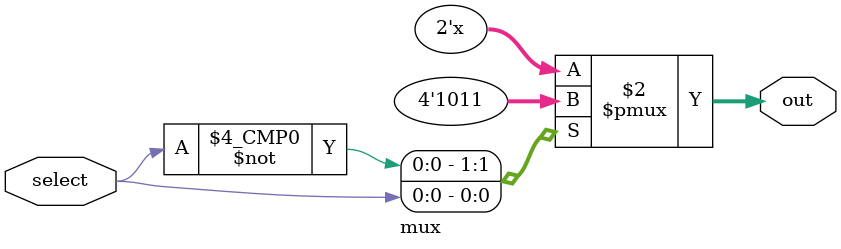
<source format=sv>
module mux  (
	input logic select,
	output logic [1:0] out
);

always_comb 
	case (select)
		1'b0: out = 2'b10;
		1'b1: out = 2'b11;
		// default: out = 1'b1;
	endcase
	
	
endmodule
</source>
